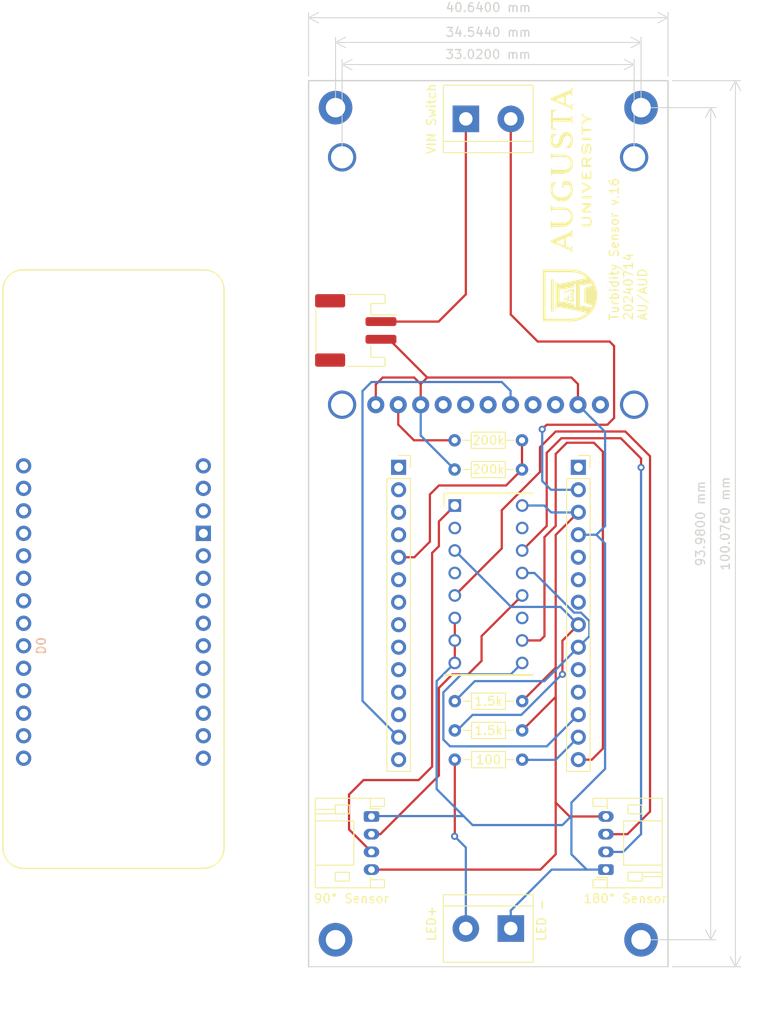
<source format=kicad_pcb>
(kicad_pcb (version 20221018) (generator pcbnew)
  (title_block (title "Turbidity Sensor PCB") (date "2024-02-14") (rev "13") (company "AU/AUD"))
  (layers (0 "F.Cu" signal) (31 "B.Cu" signal) (34 "B.Paste" user) (35 "F.Paste" user) (36 "B.SilkS" user "B.Silkscreen") (37 "F.SilkS" user "F.Silkscreen") (38 "B.Mask" user) (39 "F.Mask" user) (44 "Edge.Cuts" user))
  (net 0 "")
  (net 1 "/3.3V")
  (net 2 "/5V")
  (net 3 "/VIN")
  (net 6 "/SCL")
  (net 7 "/SDA")
  (net 10 "/D8")
  (net 11 "/D6")
  (net 12 "/AREF")
  (net 16 "/BatteryReading")
  (net 24 "/CE")
  (net 25 "/D5")
  (net 30 "/1(SCL)")
  (net 31 "/5(SCL)")
  (net 32 "/12(SDA)")
  (net 33 "/14(SDA)")
  (net 35 "Net-(J4-Pin_13)")
  (net 36 "/LED")
  (net 37 "/VBUS")
  (net 38 "/THERM")
  (net 39 "/ISET")
  (net 40 "/PGOOD")
  (net 41 "/CHG")
  (net 42 "/OUT")
  (net 43 "/LIPO")
  (net 44 "/GND")
  (net 45 "Net-(J7-Pin_1)")
  (footprint "Resistor_THT:R_Axial_DIN0204_L3.6mm_D1.6mm_P7.62mm_Horizontal" (layer "F.Cu") (at 145.564 113.262)
    (fp_text reference "R1" hide)
    (fp_text value "1.5k")
  )
  (footprint "MountingHole:MountingHole_2.2mm_M2_DIN965_Pad" (layer "F.Cu") (at 132.08 136.906)
    (fp_text reference "REF**" hide)
    (fp_text value "MountingHole_2.2mm_M2_DIN965_Pad" hide)
  )
  (footprint "PCM_arduino-library:Arduino_MKR_FOX_1200_Socket" (layer "F.Cu") (at 117.348 63.425 -90)
    (fp_text reference "A**" hide)
    (fp_text value "Arduino_MKR_FOX_1200_Socket" hide)
  )
  (footprint "" (layer "F.Cu") (at 132.08 42.926)
    (fp_text reference "")
    (fp_text value "")
  )
  (footprint "Project:DIPS762W70P254L2032H510Q16N" (layer "F.Cu") (at 145.564 87.862)
    (fp_text reference "IC1" hide)
    (fp_text value "1-2199298-4" hide)
  )
  (footprint "Resistor_THT:R_Axial_DIN0204_L3.6mm_D1.6mm_P7.62mm_Horizontal" (layer "F.Cu") (at 153.162 83.798 180)
    (fp_text reference "R5" hide)
    (fp_text value "200k")
  )
  (footprint "Resistor_THT:R_Axial_DIN0204_L3.6mm_D1.6mm_P7.62mm_Horizontal" (layer "F.Cu") (at 153.184 116.564 180)
    (fp_text reference "R3" hide)
    (fp_text value "100")
  )
  (footprint "Connector_JST:JST_PH_S2B-PH-SM4-TB_1x02-1MP_P2.00mm_Horizontal" (layer "F.Cu") (at 134.366 68.088 -90)
    (fp_text reference "J7" hide)
    (fp_text value "Conn_01x02_Pin" hide)
  )
  (footprint "Resistor_THT:R_Axial_DIN0204_L3.6mm_D1.6mm_P7.62mm_Horizontal" (layer "F.Cu") (at 145.542 80.496)
    (fp_text reference "R4" hide)
    (fp_text value "200k")
  )
  (footprint "Connector_JST:JST_PH_S4B-PH-K_1x04_P2.00mm_Horizontal" (layer "F.Cu") (at 136.144 122.984 -90)
    (fp_text reference "J3" hide)
    (fp_text value "JST 90" hide)
  )
  (footprint "Connector_PinSocket_2.54mm:PinSocket_1x14_P2.54mm_Vertical" (layer "F.Cu") (at 159.534 83.544)
    (fp_text reference "J4" hide)
    (fp_text value "Conn_01x14_Pin" hide)
  )
  (footprint "Connector_JST:JST_PH_S4B-PH-K_1x04_P2.00mm_Horizontal" (layer "F.Cu") (at 162.65 128.984 90)
    (fp_text reference "J2" hide)
    (fp_text value "JST 180" hide)
  )
  (footprint "TerminalBlock:TerminalBlock_bornier-2_P5.08mm" (layer "F.Cu") (at 146.812 44.196)
    (fp_text reference "SW1" hide)
    (fp_text value "SW_SPST" hide)
  )
  (footprint "" (layer "F.Cu") (at 166.624 42.926)
    (fp_text reference "")
    (fp_text value "")
  )
  (footprint "Resistor_THT:R_Axial_DIN0204_L3.6mm_D1.6mm_P7.62mm_Horizontal" (layer "F.Cu") (at 153.184 109.96 180)
    (fp_text reference "R2" hide)
    (fp_text value "1.5k")
  )
  (footprint "MountingHole:MountingHole_2.2mm_M2_DIN965_Pad" (layer "F.Cu") (at 166.624 136.906)
    (fp_text reference "REF**" hide)
    (fp_text value "MountingHole_2.2mm_M2_DIN965_Pad" hide)
  )
  (footprint "TerminalBlock:TerminalBlock_bornier-2_P5.08mm" (layer "F.Cu") (at 151.892 135.636 180)
    (fp_text reference "J1" hide)
    (fp_text value "Screw_Terminal_01x02" hide)
  )
  (footprint "Connector_PinSocket_2.54mm:PinSocket_1x14_P2.54mm_Vertical" (layer "F.Cu") (at 139.214 83.544)
    (fp_text reference "J5" hide)
    (fp_text value "Conn_01x14_Pin" hide)
  )
  (footprint "AdafruitBQ24074:BQ24074" (layer "B.Cu") (at 148.59 64.516 180)
    (fp_text reference "J6" hide)
    (fp_text value "Conn_01x11_Socket" hide)
  )
  (gr_poly (pts (xy 156.732288 62.265718) (xy 156.732288 66.012218) (xy 156.425106 65.948718) (xy 156.425106 62.329218)) (fill solid) (layer "F.SilkS"))
  (gr_poly (pts (xy 158.642844 56.967437) (xy 158.855569 56.722962) (xy 158.865888 56.722962) (xy 158.865888 57.66435) (xy 158.855569 57.66435) (xy 158.642844 57.420669) (xy 158.116587 57.636569) (xy 158.116587 58.573193) (xy 158.642844 58.789094) (xy 158.855569 58.546206) (xy 158.865888 58.546206) (xy 158.865888 59.287569) (xy 158.855569 59.287569) (xy 158.642844 59.049443) (xy 157.893544 58.73851) (xy 157.893544 58.484293) (xy 157.893544 57.738168) (xy 157.004544 58.118374) (xy 157.893544 58.484293) (xy 157.893544 58.73851) (xy 156.4259 58.129488) (xy 156.4259 57.923907)) (fill solid) (layer "F.SilkS"))
  (gr_poly (pts (xy 158.642844 40.901938) (xy 158.855569 40.658257) (xy 158.865888 40.658257) (xy 158.865888 41.599645) (xy 158.855569 41.599645) (xy 158.642844 41.355962) (xy 158.116587 41.571864) (xy 158.116587 42.509281) (xy 158.642844 42.725181) (xy 158.855569 42.4815) (xy 158.865888 42.4815) (xy 158.865888 43.220481) (xy 158.855569 43.220481) (xy 158.642844 42.982355) (xy 157.893544 42.67169) (xy 157.893544 42.418793) (xy 157.893544 41.672668) (xy 157.004544 42.052875) (xy 157.893544 42.418793) (xy 157.893544 42.67169) (xy 156.4259 42.063195) (xy 156.4259 41.857614)) (fill solid) (layer "F.SilkS"))
  (gr_poly (pts (xy 160.998694 46.324835) (xy 160.998694 46.576454) (xy 159.912844 46.576454) (xy 159.912844 46.324835)) (fill solid) (layer "F.SilkS"))
  (gr_poly (pts (xy 160.068419 44.958001) (xy 160.068419 45.333445) (xy 160.998694 45.333445) (xy 160.998694 45.582682) (xy 160.068419 45.582682) (xy 160.068419 45.952568) (xy 159.909669 45.952568) (xy 159.909669 44.958001)) (fill solid) (layer "F.SilkS"))
  (gr_poly (pts (xy 158.63875 64.008432) (xy 158.640463 63.982115) (xy 158.642436 63.95693) (xy 158.644679 63.932978) (xy 158.647202 63.910361) (xy 158.650012 63.889181) (xy 158.653121 63.869537) (xy 158.656536 63.851532) (xy 158.660268 63.835266) (xy 158.664325 63.820841) (xy 158.666478 63.81435) (xy 158.668717 63.808357) (xy 158.671041 63.802875) (xy 158.673453 63.797917) (xy 158.675953 63.793494) (xy 158.678543 63.78962) (xy 158.681223 63.786307) (xy 158.683995 63.783569) (xy 158.68686 63.781416) (xy 158.689819 63.779864) (xy 158.692874 63.778923) (xy 158.696025 63.778606) (xy 158.699206 63.779068) (xy 158.702345 63.780438) (xy 158.708485 63.785823) (xy 158.714413 63.794591) (xy 158.720098 63.806573) (xy 158.725509 63.821603) (xy 158.730614 63.839509) (xy 158.735381 63.860125) (xy 158.739781 63.883282) (xy 158.74378 63.90881) (xy 158.747348 63.936542) (xy 158.753063 63.997942) (xy 158.756677 64.066131) (xy 158.757938 64.139762) (xy 158.757547 64.177174) (xy 158.756417 64.213393) (xy 158.754605 64.248253) (xy 158.75217 64.281583) (xy 158.749174 64.313216) (xy 158.745673 64.342982) (xy 158.741729 64.370714) (xy 158.737399 64.396243) (xy 158.732744 64.419399) (xy 158.727823 64.440015) (xy 158.722695 64.457922) (xy 158.717419 64.472951) (xy 158.714745 64.479334) (xy 158.712055 64.484934) (xy 158.709358 64.48973) (xy 158.706662 64.493702) (xy 158.703973 64.496828) (xy 158.701299 64.499086) (xy 158.698647 64.500457) (xy 158.696025 64.500919) (xy 158.693435 64.500602) (xy 158.690875 64.499661) (xy 158.685851 64.495956) (xy 158.680969 64.489905) (xy 158.676243 64.481608) (xy 158.67169 64.471167) (xy 158.667325 64.458684) (xy 158.663161 64.444259) (xy 158.659215 64.427993) (xy 158.655501 64.409987) (xy 158.652035 64.390344) (xy 158.645907 64.346546) (xy 158.640951 64.29741) (xy 158.637288 64.243743) (xy 158.644466 64.239779) (xy 158.651293 64.235365) (xy 158.657752 64.230525) (xy 158.66383 64.225283) (xy 158.669511 64.219663) (xy 158.674781 64.213689) (xy 158.679624 64.207385) (xy 158.684026 64.200775) (xy 158.687972 64.193883) (xy 158.691448 64.186734) (xy 158.694437 64.17935) (xy 158.696927 64.171756) (xy 158.6989 64.163977) (xy 158.700344 64.156035) (xy 158.701243 64.147955) (xy 158.701581 64.139762) (xy 158.701483 64.135653) (xy 158.701243 64.131569) (xy 158.700862 64.127513) (xy 158.700344 64.123489) (xy 158.699689 64.1195) (xy 158.6989 64.115548) (xy 158.697979 64.111636) (xy 158.696927 64.107768) (xy 158.695745 64.103947) (xy 158.694437 64.100174) (xy 158.693004 64.096455) (xy 158.691448 64.092791) (xy 158.68977 64.089185) (xy 158.687972 64.085641) (xy 158.686057 64.082161) (xy 158.684026 64.078749) (xy 158.681881 64.075408) (xy 158.679624 64.07214) (xy 158.677257 64.068948) (xy 158.674781 64.065836) (xy 158.672198 64.062806) (xy 158.669511 64.059862) (xy 158.666721 64.057006) (xy 158.66383 64.054242) (xy 158.66084 64.051572) (xy 158.657752 64.049) (xy 158.654569 64.046528) (xy 158.651293 64.04416) (xy 158.647924 64.041898) (xy 158.644466 64.039745) (xy 158.64092 64.037706) (xy 158.637288 64.035781)) (fill solid) (layer "F.SilkS"))
  (gr_poly (pts (xy 159.876275 47.55556) (xy 159.878295 47.519424) (xy 159.881666 47.483453) (xy 159.88638 47.447684) (xy 159.892426 47.412153) (xy 159.899794 47.376898) (xy 159.908474 47.341955) (xy 159.918457 47.307362) (xy 159.929732 47.273156) (xy 159.94229 47.239373) (xy 159.95612 47.20605) (xy 159.971213 47.173225) (xy 159.987559 47.140935) (xy 160.005147 47.109216) (xy 160.023968 47.078106) (xy 160.154144 47.169389) (xy 160.139186 47.195735) (xy 160.125128 47.222508) (xy 160.111975 47.249682) (xy 160.099734 47.277236) (xy 160.088412 47.305145) (xy 160.078015 47.333387) (xy 160.068549 47.361939) (xy 160.060022 47.390776) (xy 160.052439 47.419875) (xy 160.045807 47.449214) (xy 160.040133 47.478769) (xy 160.035422 47.508517) (xy 160.031682 47.538434) (xy 160.028919 47.568498) (xy 160.02714 47.598684) (xy 160.02635 47.62897) (xy 160.026586 47.651009) (xy 160.027381 47.673497) (xy 160.028867 47.696176) (xy 160.031175 47.718787) (xy 160.034436 47.741073) (xy 160.038782 47.762775) (xy 160.044344 47.783636) (xy 160.051254 47.803396) (xy 160.059643 47.821798) (xy 160.064433 47.83041) (xy 160.069642 47.838585) (xy 160.075286 47.846291) (xy 160.081383 47.853496) (xy 160.087948 47.860169) (xy 160.094997 47.866276) (xy 160.102547 47.871785) (xy 160.110616 47.876665) (xy 160.119218 47.880882) (xy 160.12837 47.884405) (xy 160.138089 47.887201) (xy 160.148392 47.889238) (xy 160.159294 47.890484) (xy 160.170812 47.890907) (xy 160.182277 47.890296) (xy 160.193022 47.888495) (xy 160.203074 47.885552) (xy 160.21246 47.881513) (xy 160.221203 47.876427) (xy 160.22933 47.870339) (xy 160.236866 47.863297) (xy 160.243838 47.855349) (xy 160.250269 47.846542) (xy 160.256187 47.836922) (xy 160.261617 47.826538) (xy 160.266583 47.815437) (xy 160.271113 47.803665) (xy 160.275231 47.79127) (xy 160.278963 47.778299) (xy 160.282334 47.764799) (xy 160.288098 47.736403) (xy 160.292728 47.70646) (xy 160.296427 47.675347) (xy 160.2994 47.643442) (xy 160.308131 47.515463) (xy 160.311457 47.473786) (xy 160.315948 47.430964) (xy 160.321857 47.387526) (xy 160.329438 47.344001) (xy 160.338945 47.300918) (xy 160.350631 47.258805) (xy 160.364749 47.218192) (xy 160.381553 47.179608) (xy 160.401296 47.143583) (xy 160.412349 47.126694) (xy 160.424232 47.110644) (xy 160.436977 47.095497) (xy 160.450615 47.081321) (xy 160.465178 47.068181) (xy 160.480697 47.056143) (xy 160.497205 47.045274) (xy 160.514733 47.03564) (xy 160.533312 47.027306) (xy 160.552975 47.020339) (xy 160.573753 47.014806) (xy 160.595677 47.010771) (xy 160.61878 47.008302) (xy 160.643094 47.007464) (xy 160.670179 47.008362) (xy 160.696086 47.011011) (xy 160.720834 47.015343) (xy 160.744445 47.021291) (xy 160.766941 47.028787) (xy 160.78834 47.037764) (xy 160.808666 47.048154) (xy 160.827938 47.059889) (xy 160.846178 47.072902) (xy 160.863406 47.087125) (xy 160.879643 47.102491) (xy 160.894911 47.118932) (xy 160.90923 47.13638) (xy 160.922621 47.154769) (xy 160.935105 47.174029) (xy 160.946703 47.194095) (xy 160.957436 47.214897) (xy 160.967325 47.236369) (xy 160.976391 47.258443) (xy 160.984654 47.281052) (xy 160.992136 47.304127) (xy 160.998858 47.327602) (xy 161.010104 47.375479) (xy 161.018559 47.424141) (xy 161.024391 47.473049) (xy 161.027768 47.521661) (xy 161.028856 47.569438) (xy 161.028776 47.61096) (xy 161.026954 47.652313) (xy 161.023409 47.693444) (xy 161.018155 47.734302) (xy 161.011211 47.774836) (xy 161.002593 47.814994) (xy 160.992318 47.854725) (xy 160.980403 47.893978) (xy 160.966863 47.9327) (xy 160.951717 47.970841) (xy 160.934981 48.008349) (xy 160.916672 48.045172) (xy 160.896806 48.08126) (xy 160.8754 48.116561) (xy 160.852472 48.151023) (xy 160.828038 48.184595) (xy 160.700244 48.079026) (xy 160.721401 48.051992) (xy 160.741305 48.024163) (xy 160.759942 47.995582) (xy 160.777294 47.966294) (xy 160.793347 47.936343) (xy 160.808084 47.905773) (xy 160.82149 47.874628) (xy 160.833549 47.842954) (xy 160.844245 47.810794) (xy 160.853563 47.778192) (xy 160.861485 47.745193) (xy 160.867998 47.711841) (xy 160.873085 47.67818) (xy 160.87673 47.644255) (xy 160.878917 47.61011) (xy 160.879632 47.575789) (xy 160.879188 47.541508) (xy 160.877796 47.50841) (xy 160.875362 47.476638) (xy 160.871793 47.446334) (xy 160.866997 47.417638) (xy 160.860879 47.390694) (xy 160.853348 47.365642) (xy 160.844309 47.342625) (xy 160.833671 47.321785) (xy 160.827723 47.312226) (xy 160.82134 47.303264) (xy 160.814511 47.294917) (xy 160.807223 47.287202) (xy 160.799466 47.280139) (xy 160.791227 47.273743) (xy 160.782496 47.268034) (xy 160.77326 47.263028) (xy 160.763507 47.258744) (xy 160.753227 47.255199) (xy 160.742407 47.252411) (xy 160.731036 47.250397) (xy 160.719102 47.249176) (xy 160.706594 47.248765) (xy 160.694188 47.249266) (xy 160.682551 47.250748) (xy 160.671658 47.253176) (xy 160.661482 47.256518) (xy 160.651997 47.260739) (xy 160.643177 47.265806) (xy 160.634997 47.271686) (xy 160.62743 47.278345) (xy 160.62045 47.285748) (xy 160.614031 47.293864) (xy 160.608147 47.302658) (xy 160.602772 47.312096) (xy 160.597881 47.322145) (xy 160.593446 47.332772) (xy 160.589443 47.343943) (xy 160.585845 47.355623) (xy 160.582625 47.367781) (xy 160.579759 47.380382) (xy 160.57722 47.393392) (xy 160.574982 47.406778) (xy 160.571304 47.434545) (xy 160.568519 47.463412) (xy 160.566416 47.493112) (xy 160.56479 47.523376) (xy 160.562131 47.584521) (xy 160.55954 47.627663) (xy 160.555502 47.672446) (xy 160.549818 47.718259) (xy 160.542287 47.764491) (xy 160.532711 47.810533) (xy 160.520887 47.855774) (xy 160.506618 47.899603) (xy 160.489702 47.94141) (xy 160.469939 47.980585) (xy 160.458928 47.998995) (xy 160.44713 48.016517) (xy 160.434521 48.033076) (xy 160.421075 48.048596) (xy 160.406768 48.063) (xy 160.391574 48.076211) (xy 160.375469 48.088154) (xy 160.358427 48.098752) (xy 160.340423 48.107929) (xy 160.321433 48.115609) (xy 160.301431 48.121714) (xy 160.280393 48.12617) (xy 160.258293 48.128899) (xy 160.235106 48.129826) (xy 160.210193 48.129054) (xy 160.186341 48.126774) (xy 160.163533 48.12304) (xy 160.141751 48.117908) (xy 160.120976 48.111431) (xy 160.101192 48.103665) (xy 160.082381 48.094664) (xy 160.064524 48.084483) (xy 160.047605 48.073177) (xy 160.031605 48.060799) (xy 160.016507 48.047406) (xy 160.002293 48.03305) (xy 159.988945 48.017788) (xy 159.976445 48.001674) (xy 159.964776 47.984762) (xy 159.95392 47.967107) (xy 159.94386 47.948764) (xy 159.934577 47.929787) (xy 159.926054 47.910231) (xy 159.918273 47.89015) (xy 159.911216 47.8696) (xy 159.904866 47.848635) (xy 159.899205 47.827309) (xy 159.894216 47.805678) (xy 159.886178 47.761716) (xy 159.880613 47.717187) (xy 159.877378 47.672528) (xy 159.876331 47.628176) (xy 159.875617 47.591822)) (fill solid) (layer "F.SilkS"))
  (gr_poly (pts (xy 160.558162 56.101456) (xy 160.591605 56.10035) (xy 160.623969 56.097005) (xy 160.655105 56.091373) (xy 160.670166 56.087686) (xy 160.684865 56.08341) (xy 160.699182 56.07854) (xy 160.713099 56.073071) (xy 160.726597 56.066996) (xy 160.739658 56.060309) (xy 160.752264 56.053006) (xy 160.764395 56.045081) (xy 160.776033 56.036527) (xy 160.787159 56.027339) (xy 160.797756 56.017512) (xy 160.807803 56.00704) (xy 160.817283 55.995917) (xy 160.826177 55.984138) (xy 160.834467 55.971696) (xy 160.842133 55.958586) (xy 160.849157 55.944803) (xy 160.855521 55.930341) (xy 160.861206 55.915194) (xy 160.866193 55.899356) (xy 160.870465 55.882823) (xy 160.874001 55.865587) (xy 160.876784 55.847644) (xy 160.878794 55.828987) (xy 160.880014 55.809612) (xy 160.880425 55.789513) (xy 160.880021 55.767042) (xy 160.878819 55.745463) (xy 160.876836 55.724762) (xy 160.874089 55.704929) (xy 160.870594 55.685951) (xy 160.866366 55.667818) (xy 160.861423 55.650517) (xy 160.855782 55.634037) (xy 160.849458 55.618366) (xy 160.842467 55.603493) (xy 160.834827 55.589406) (xy 160.826554 55.576093) (xy 160.817664 55.563544) (xy 160.808174 55.551745) (xy 160.798099 55.540685) (xy 160.787457 55.530354) (xy 160.776264 55.520738) (xy 160.764536 55.511828) (xy 160.75229 55.50361) (xy 160.739542 55.496074) (xy 160.726309 55.489207) (xy 160.712607 55.482999) (xy 160.698452 55.477437) (xy 160.683861 55.472509) (xy 160.66885 55.468205) (xy 160.653436 55.464513) (xy 160.621463 55.458916) (xy 160.588074 55.455627) (xy 160.5534 55.454551) (xy 159.912844 55.454551) (xy 159.912844 55.273575) (xy 160.574831 55.273575) (xy 160.597619 55.272587) (xy 160.620302 55.272862) (xy 160.642832 55.27438) (xy 160.665162 55.277123) (xy 160.687245 55.281074) (xy 160.709033 55.286214) (xy 160.730479 55.292525) (xy 160.751536 55.299988) (xy 160.772155 55.308585) (xy 160.79229 55.318299) (xy 160.811893 55.329109) (xy 160.830916 55.341) (xy 160.849313 55.353951) (xy 160.867035 55.367945) (xy 160.884036 55.382963) (xy 160.900268 55.398987) (xy 160.917788 55.420817) (xy 160.934159 55.443377) (xy 160.949368 55.46662) (xy 160.963397 55.490501) (xy 160.976234 55.514974) (xy 160.987863 55.539993) (xy 160.998268 55.565513) (xy 161.007436 55.591488) (xy 161.01535 55.617871) (xy 161.021997 55.644617) (xy 161.027361 55.67168) (xy 161.031426 55.699014) (xy 161.03418 55.726575) (xy 161.035605 55.754314) (xy 161.035688 55.782188) (xy 161.034413 55.81015) (xy 161.035867 55.838233) (xy 161.036024 55.866248) (xy 161.034895 55.894151) (xy 161.032493 55.921902) (xy 161.028831 55.949457) (xy 161.023922 55.976775) (xy 161.017778 56.003814) (xy 161.010412 56.030532) (xy 161.001836 56.056887) (xy 160.992064 56.082836) (xy 160.981107 56.108337) (xy 160.968978 56.133349) (xy 160.95569 56.15783) (xy 160.941256 56.181737) (xy 160.925689 56.205028) (xy 160.909 56.227662) (xy 160.892663 56.244463) (xy 160.875461 56.260154) (xy 160.857451 56.274714) (xy 160.838688 56.288123) (xy 160.819231 56.300358) (xy 160.799136 56.3114) (xy 160.77846 56.321226) (xy 160.75726 56.329816) (xy 160.735593 56.337148) (xy 160.713515 56.343202) (xy 160.691085 56.347956) (xy 160.668358 56.351389) (xy 160.645392 56.353479) (xy 160.622243 56.354207) (xy 160.598968 56.35355) (xy 160.575625 56.351487) (xy 159.912844 56.351487) (xy 159.912844 56.101456)) (fill solid) (layer "F.SilkS"))
  (gr_poly (pts (xy 160.998694 52.931219) (xy 160.998694 53.182837) (xy 159.912844 53.182837) (xy 159.912844 52.931219)) (fill solid) (layer "F.SilkS"))
  (gr_poly (pts (xy 156.389799 52.129401) (xy 156.392163 52.076171) (xy 156.395683 52.023043) (xy 156.400353 51.970034) (xy 156.406172 51.917165) (xy 156.413136 51.864453) (xy 156.421241 51.811917) (xy 156.430483 51.759576) (xy 156.44086 51.707447) (xy 156.452367 51.65555) (xy 156.465002 51.603904) (xy 156.478761 51.552525) (xy 156.493639 51.501434) (xy 156.509635 51.450649) (xy 156.526744 51.400188) (xy 156.544963 51.35007) (xy 156.544963 51.350069) (xy 157.100588 51.350069) (xy 157.100588 51.360388) (xy 157.029093 51.416837) (xy 156.964697 51.472498) (xy 156.907056 51.527403) (xy 156.855827 51.581584) (xy 156.810668 51.635072) (xy 156.771236 51.687899) (xy 156.737186 51.740095) (xy 156.708177 51.791692) (xy 156.683866 51.842722) (xy 156.663909 51.893216) (xy 156.647963 51.943206) (xy 156.635686 51.992722) (xy 156.626734 52.041796) (xy 156.620764 52.09046) (xy 156.617434 52.138745) (xy 156.6164 52.186682) (xy 156.617618 52.235209) (xy 156.62124 52.282689) (xy 156.62722 52.329091) (xy 156.635511 52.374381) (xy 156.646066 52.418528) (xy 156.658839 52.461499) (xy 156.673783 52.503261) (xy 156.690851 52.543783) (xy 156.709998 52.583031) (xy 156.731175 52.620974) (xy 156.754337 52.657579) (xy 156.779437 52.692814) (xy 156.806428 52.726646) (xy 156.835263 52.759042) (xy 156.865896 52.789971) (xy 156.898281 52.8194) (xy 156.93237 52.847296) (xy 156.968116 52.873628) (xy 157.005475 52.898362) (xy 157.044397 52.921467) (xy 157.084838 52.942909) (xy 157.12675 52.962657) (xy 157.170086 52.980678) (xy 157.214801 52.99694) (xy 157.260847 53.011409) (xy 157.308177 53.024055) (xy 157.356746 53.034844) (xy 157.406505 53.043744) (xy 157.45741 53.050723) (xy 157.509412 53.055748) (xy 157.562466 53.058787) (xy 157.616525 53.059807) (xy 157.661769 53.059807) (xy 157.717763 53.058653) (xy 157.772609 53.055224) (xy 157.826266 53.049571) (xy 157.878692 53.041745) (xy 157.929846 53.031796) (xy 157.979687 53.019775) (xy 158.028173 53.005733) (xy 158.075263 52.989721) (xy 158.120916 52.97179) (xy 158.165091 52.951989) (xy 158.207746 52.93037) (xy 158.24884 52.906984) (xy 158.288332 52.881881) (xy 158.32618 52.855112) (xy 158.362344 52.826727) (xy 158.396781 52.796778) (xy 158.429452 52.765315) (xy 158.460313 52.732389) (xy 158.489325 52.698051) (xy 158.516445 52.662351) (xy 158.541633 52.62534) (xy 158.564848 52.587068) (xy 158.586047 52.547587) (xy 158.60519 52.506948) (xy 158.622236 52.4652) (xy 158.637143 52.422395) (xy 158.649869 52.378583) (xy 158.660375 52.333816) (xy 158.668617 52.288143) (xy 158.674556 52.241616) (xy 158.678149 52.194285) (xy 158.679356 52.146201) (xy 158.679493 52.123501) (xy 158.679018 52.100835) (xy 158.677934 52.078215) (xy 158.676243 52.055652) (xy 158.673948 52.033158) (xy 158.671052 52.010747) (xy 158.667555 51.988429) (xy 158.663462 51.966217) (xy 158.658774 51.944123) (xy 158.653494 51.922159) (xy 158.647623 51.900337) (xy 158.641165 51.878668) (xy 158.634122 51.857166) (xy 158.626497 51.835842) (xy 158.61829 51.814708) (xy 158.609506 51.793776) (xy 158.600065 51.772503) (xy 158.595164 51.762533) (xy 158.590124 51.752998) (xy 158.584932 51.743892) (xy 158.579574 51.735208) (xy 158.574037 51.726938) (xy 158.568306 51.719076) (xy 158.562368 51.711616) (xy 158.556209 51.70455) (xy 158.549816 51.697871) (xy 158.543175 51.691573) (xy 158.536273 51.685648) (xy 158.529095 51.680091) (xy 158.521629 51.674894) (xy 158.513859 51.67005) (xy 158.505774 51.665552) (xy 158.497358 51.661395) (xy 158.488599 51.65757) (xy 158.479483 51.654071) (xy 158.469996 51.650891) (xy 158.460124 51.648024) (xy 158.449854 51.645462) (xy 158.439172 51.643199) (xy 158.428065 51.641227) (xy 158.416518 51.639541) (xy 158.404519 51.638133) (xy 158.392053 51.636996) (xy 158.365666 51.635509) (xy 158.33725 51.635026) (xy 157.953075 51.635026) (xy 157.733206 52.077938) (xy 157.722888 52.077938) (xy 157.722888 51.238151) (xy 158.580138 51.238151) (xy 158.616762 51.289522) (xy 158.651257 51.342144) (xy 158.683598 51.395949) (xy 158.713762 51.450869) (xy 158.741727 51.506837) (xy 158.76747 51.563787) (xy 158.790968 51.621649) (xy 158.812198 51.680358) (xy 158.831137 51.739845) (xy 158.847762 51.800043) (xy 158.86205 51.860886) (xy 158.873978 51.922304) (xy 158.883524 51.984232) (xy 158.890665 52.046601) (xy 158.895377 52.109344) (xy 158.897638 52.172393) (xy 158.896284 52.239725) (xy 158.89224 52.30637) (xy 158.885533 52.372234) (xy 158.876188 52.437223) (xy 158.864231 52.501239) (xy 158.849689 52.564189) (xy 158.832588 52.625977) (xy 158.812954 52.686509) (xy 158.790814 52.745687) (xy 158.766192 52.803419) (xy 158.739116 52.859608) (xy 158.709612 52.914158) (xy 158.677705 52.966976) (xy 158.643423 53.017966) (xy 158.60679 53.067032) (xy 158.567834 53.11408) (xy 158.526581 53.159014) (xy 158.483056 53.201738) (xy 158.437286 53.242159) (xy 158.389296 53.28018) (xy 158.339114 53.315706) (xy 158.286765 53.348643) (xy 158.232276 53.378895) (xy 158.175672 53.406366) (xy 158.11698 53.430962) (xy 158.056226 53.452588) (xy 157.993436 53.471147) (xy 157.928636 53.486546) (xy 157.861853 53.498688) (xy 157.793112 53.507479) (xy 157.72244 53.512824) (xy 157.649862 53.514626) (xy 157.618906 53.514626) (xy 157.549103 53.512804) (xy 157.480954 53.507403) (xy 157.414498 53.498526) (xy 157.349771 53.486273) (xy 157.286809 53.470745) (xy 157.225649 53.452043) (xy 157.166329 53.430269) (xy 157.108885 53.405523) (xy 157.053353 53.377906) (xy 156.999771 53.347519) (xy 156.948175 53.314464) (xy 156.898601 53.278841) (xy 156.851088 53.240751) (xy 156.805671 53.200295) (xy 156.762388 53.157575) (xy 156.721274 53.112691) (xy 156.682368 53.065745) (xy 156.645705 53.016836) (xy 156.611322 52.966068) (xy 156.579257 52.913539) (xy 156.549545 52.859352) (xy 156.522224 52.803607) (xy 156.497331 52.746406) (xy 156.474902 52.687849) (xy 156.454974 52.628038) (xy 156.437583 52.567073) (xy 156.422767 52.505055) (xy 156.410563 52.442086) (xy 156.401007 52.378267) (xy 156.394135 52.313697) (xy 156.389985 52.24848) (xy 156.388594 52.182715)) (fill solid) (layer "F.SilkS"))
  (gr_poly (pts (xy 160.627219 53.906739) (xy 159.912844 53.906739) (xy 159.912844 53.725763) (xy 160.998694 53.725763) (xy 160.998694 53.940868) (xy 160.204944 54.586188) (xy 160.998694 54.586188) (xy 160.998694 54.767163) (xy 159.912844 54.767163) (xy 159.912844 54.486969)) (fill solid) (layer "F.SilkS"))
  (gr_poly (pts (xy 156.38962 46.60625) (xy 156.392523 46.556763) (xy 156.396506 46.507386) (xy 156.401566 46.458138) (xy 156.407699 46.409036) (xy 156.414901 46.360097) (xy 156.42317 46.311338) (xy 156.4325 46.262778) (xy 156.442889 46.214432) (xy 156.454334 46.16632) (xy 156.46683 46.118458) (xy 156.480374 46.070864) (xy 156.494963 46.023555) (xy 156.510593 45.976548) (xy 156.527261 45.929862) (xy 156.544963 45.883512) (xy 157.100588 45.883512) (xy 157.100588 45.893833) (xy 157.045182 45.933784) (xy 156.992728 45.975022) (xy 156.94331 46.017492) (xy 156.897016 46.061141) (xy 156.85393 46.105915) (xy 156.81414 46.151761) (xy 156.777731 46.198626) (xy 156.744789 46.246456) (xy 156.715401 46.295198) (xy 156.689651 46.344797) (xy 156.667628 46.395202) (xy 156.65804 46.420689) (xy 156.649415 46.446357) (xy 156.641765 46.472199) (xy 156.6351 46.49821) (xy 156.629431 46.524381) (xy 156.624769 46.550707) (xy 156.621124 46.57718) (xy 156.618507 46.603794) (xy 156.616929 46.630543) (xy 156.6164 46.657419) (xy 156.616965 46.687502) (xy 156.618629 46.7163) (xy 156.621347 46.743835) (xy 156.625076 46.770127) (xy 156.629769 46.7952) (xy 156.635383 46.819073) (xy 156.641872 46.84177) (xy 156.649192 46.863311) (xy 156.657298 46.883719) (xy 156.666145 46.903014) (xy 156.675689 46.92122) (xy 156.685884 46.938356) (xy 156.696687 46.954446) (xy 156.708051 46.96951) (xy 156.719933 46.98357) (xy 156.732288 46.996649) (xy 156.74507 47.008766) (xy 156.758236 47.019946) (xy 156.77174 47.030208) (xy 156.785537 47.039574) (xy 156.813834 47.055708) (xy 156.842768 47.06852) (xy 156.871981 47.078183) (xy 156.901115 47.08487) (xy 156.929811 47.088756) (xy 156.957713 47.090013) (xy 156.975175 47.090013) (xy 156.997058 47.089372) (xy 157.018076 47.087461) (xy 157.03826 47.084301) (xy 157.057637 47.079909) (xy 157.076237 47.074306) (xy 157.094088 47.067509) (xy 157.11122 47.059538) (xy 157.127662 47.050412) (xy 157.143442 47.04015) (xy 157.158589 47.028771) (xy 157.173133 47.016295) (xy 157.187102 47.002739) (xy 157.200525 46.988124) (xy 157.213431 46.972467) (xy 157.225848 46.955789) (xy 157.237807 46.938109) (xy 157.249336 46.919445) (xy 157.260463 46.899816) (xy 157.271218 46.879241) (xy 157.281629 46.85774) (xy 157.301538 46.812035) (xy 157.320419 46.762852) (xy 157.338505 46.710343) (xy 157.356028 46.654661) (xy 157.373218 46.595959) (xy 157.390306 46.534388) (xy 157.418069 46.43523) (xy 157.447915 46.34172) (xy 157.48005 46.25396) (xy 157.514677 46.172054) (xy 157.552002 46.096107) (xy 157.592229 46.02622) (xy 157.635563 45.962499) (xy 157.682208 45.905045) (xy 157.706836 45.878701) (xy 157.732369 45.853963) (xy 157.758832 45.830844) (xy 157.786251 45.809357) (xy 157.814651 45.789514) (xy 157.844059 45.771329) (xy 157.874498 45.754814) (xy 157.905996 45.739983) (xy 157.938577 45.726848) (xy 157.972268 45.715422) (xy 158.007093 45.705719) (xy 158.043079 45.697751) (xy 158.080251 45.691532) (xy 158.118634 45.687073) (xy 158.158255 45.684388) (xy 158.199138 45.68349) (xy 158.220569 45.68349) (xy 158.254444 45.684419) (xy 158.288022 45.687198) (xy 158.321252 45.691818) (xy 158.354082 45.698269) (xy 158.386461 45.706542) (xy 158.418339 45.716626) (xy 158.449664 45.728512) (xy 158.480386 45.74219) (xy 158.510453 45.757651) (xy 158.539814 45.774884) (xy 158.568419 45.793881) (xy 158.596216 45.81463) (xy 158.623154 45.837124) (xy 158.649183 45.86135) (xy 158.674251 45.887301) (xy 158.698307 45.914966) (xy 158.721301 45.944336) (xy 158.743181 45.975401) (xy 158.763896 46.00815) (xy 158.783395 46.042575) (xy 158.801627 46.078666) (xy 158.818542 46.116412) (xy 158.834088 46.155805) (xy 158.848214 46.196834) (xy 158.86087 46.239489) (xy 158.872003 46.283761) (xy 158.881563 46.329641) (xy 158.8895 46.377118) (xy 158.895762 46.426183) (xy 158.900298 46.476826) (xy 158.903057 46.529036) (xy 158.903988 46.582806) (xy 158.902506 46.637854) (xy 158.898197 46.694207) (xy 158.891268 46.751643) (xy 158.881924 46.809942) (xy 158.87037 46.868883) (xy 158.856814 46.928245) (xy 158.841459 46.987807) (xy 158.824513 47.047348) (xy 158.786669 47.165483) (xy 158.744928 47.280884) (xy 158.700935 47.391783) (xy 158.656338 47.496413) (xy 158.040388 47.496413) (xy 158.040388 47.486093) (xy 158.111221 47.43314) (xy 158.178657 47.380183) (xy 158.242532 47.327124) (xy 158.302685 47.273865) (xy 158.358954 47.220307) (xy 158.411179 47.166355) (xy 158.459197 47.111909) (xy 158.502846 47.056873) (xy 158.541966 47.001148) (xy 158.576394 46.944637) (xy 158.605968 46.887243) (xy 158.618885 46.858184) (xy 158.630528 46.828867) (xy 158.640877 46.799281) (xy 158.649912 46.769413) (xy 158.657612 46.73925) (xy 158.663957 46.708781) (xy 158.668928 46.677994) (xy 158.672503 46.646875) (xy 158.674663 46.615414) (xy 158.675388 46.583598) (xy 158.674892 46.553335) (xy 158.673422 46.524013) (xy 158.671002 46.495632) (xy 158.667659 46.468196) (xy 158.663418 46.441704) (xy 158.658304 46.416158) (xy 158.652343 46.391559) (xy 158.64556 46.367909) (xy 158.63798 46.345209) (xy 158.62963 46.32346) (xy 158.620533 46.302664) (xy 158.610717 46.282822) (xy 158.600206 46.263934) (xy 158.589026 46.246004) (xy 158.577201 46.229031) (xy 158.564759 46.213017) (xy 158.551723 46.197964) (xy 158.53812 46.183872) (xy 158.523974 46.170743) (xy 158.509312 46.158579) (xy 158.494159 46.14738) (xy 158.47854 46.137148) (xy 158.462481 46.127885) (xy 158.446006 46.119591) (xy 158.429142 46.112268) (xy 158.411914 46.105917) (xy 158.394348 46.100539) (xy 158.376468 46.096136) (xy 158.3583 46.09271) (xy 158.33987 46.090261) (xy 158.302325 46.0883) (xy 158.284862 46.0883) (xy 158.257271 46.089142) (xy 158.230732 46.091646) (xy 158.205215 46.095774) (xy 158.18069 46.10149) (xy 158.157127 46.108756) (xy 158.134493 46.117538) (xy 158.112759 46.127797) (xy 158.091894 46.139497) (xy 158.071868 46.152601) (xy 158.052649 46.167074) (xy 158.034207 46.182878) (xy 158.016511 46.199977) (xy 157.999531 46.218333) (xy 157.983236 46.237912) (xy 157.967596 46.258675) (xy 157.952579 46.280586) (xy 157.938155 46.303608) (xy 157.924293 46.327706) (xy 157.910963 46.352842) (xy 157.898134 46.37898) (xy 157.873856 46.434114) (xy 157.851214 46.492815) (xy 157.829963 46.55479) (xy 157.809857 46.619747) (xy 157.790651 46.687391) (xy 157.7721 46.757431) (xy 157.747911 46.842499) (xy 157.721167 46.922356) (xy 157.691841 46.996965) (xy 157.659908 47.066287) (xy 157.625343 47.130283) (xy 157.588121 47.188916) (xy 157.548214 47.242147) (xy 157.505598 47.289938) (xy 157.483267 47.311781) (xy 157.460248 47.33225) (xy 157.436539 47.351339) (xy 157.412137 47.369045) (xy 157.387039 47.385361) (xy 157.361241 47.400284) (xy 157.33474 47.413808) (xy 157.307533 47.42593) (xy 157.279617 47.436643) (xy 157.250988 47.445943) (xy 157.221644 47.453825) (xy 157.19158 47.460286) (xy 157.160795 47.465319) (xy 157.129285 47.468919) (xy 157.097046 47.471083) (xy 157.064075 47.471806) (xy 157.039469 47.471806) (xy 157.00757 47.47088) (xy 156.975904 47.468118) (xy 156.944521 47.463547) (xy 156.913473 47.45719) (xy 156.882812 47.449072) (xy 156.852587 47.439219) (xy 156.822851 47.427656) (xy 156.793654 47.414408) (xy 156.765048 47.399499) (xy 156.737084 47.382955) (xy 156.709813 47.3648) (xy 156.683286 47.34506) (xy 156.657554 47.32376) (xy 156.632669 47.300924) (xy 156.608681 47.276578) (xy 156.585642 47.250746) (xy 156.563603 47.223454) (xy 156.542615 47.194727) (xy 156.52273 47.16459) (xy 156.503998 47.133067) (xy 156.48647 47.100183) (xy 156.470198 47.065965) (xy 156.455233 47.030435) (xy 156.441626 46.993621) (xy 156.429429 46.955546) (xy 156.418691 46.916236) (xy 156.409465 46.875715) (xy 156.401802 46.834009) (xy 156.395753 46.791142) (xy 156.391369 46.747141) (xy 156.388701 46.702028) (xy 156.3878 46.655831)) (fill solid) (layer "F.SilkS"))
  (gr_poly (pts (xy 158.75 61.214) (xy 158.849523 61.215643) (xy 158.948486 61.220633) (xy 159.046819 61.228926) (xy 159.144452 61.240483) (xy 159.241315 61.255263) (xy 159.337339 61.273223) (xy 159.432454 61.294324) (xy 159.526589 61.318524) (xy 159.619676 61.345781) (xy 159.711644 61.376056) (xy 159.802423 61.409306) (xy 159.891945 61.44549) (xy 159.980138 61.484568) (xy 160.066933 61.526498) (xy 160.152261 61.57124) (xy 160.236051 61.618751) (xy 160.318234 61.668992) (xy 160.39874 61.72192) (xy 160.477499 61.777496) (xy 160.554441 61.835677) (xy 160.629496 61.896422) (xy 160.702596 61.959691) (xy 160.773669 62.025442) (xy 160.842647 62.093635) (xy 160.909458 62.164227) (xy 160.974035 62.237179) (xy 161.036306 62.312448) (xy 161.096201 62.389994) (xy 161.153652 62.469776) (xy 161.208589 62.551752) (xy 161.26094 62.635882) (xy 161.310638 62.722124) (xy 161.340007 62.7761) (xy 161.419069 62.938053) (xy 161.48759 63.103428) (xy 161.545569 63.271736) (xy 161.593007 63.442488) (xy 161.629903 63.615195) (xy 161.656257 63.789368) (xy 161.672069 63.964519) (xy 161.67734 64.140159) (xy 161.672069 64.315799) (xy 161.656257 64.49095) (xy 161.629903 64.665123) (xy 161.593007 64.83783) (xy 161.545569 65.008582) (xy 161.48759 65.17689) (xy 161.419069 65.342265) (xy 161.340007 65.504218) (xy 161.310638 65.558193) (xy 161.310597 65.558265) (xy 161.310558 65.558337) (xy 161.208499 65.728703) (xy 161.096103 65.890455) (xy 160.999488 66.011296) (xy 160.999488 65.493899) (xy 161.015202 65.467619) (xy 161.030593 65.441165) (xy 161.045662 65.414537) (xy 161.060408 65.387735) (xy 161.074832 65.36076) (xy 161.088934 65.333611) (xy 161.102712 65.306289) (xy 161.116169 65.278793) (xy 160.221613 64.975581) (xy 160.221613 63.302356) (xy 161.116169 63.000731) (xy 161.116169 62.999937) (xy 161.1027 62.972255) (xy 161.088884 62.944771) (xy 161.07472 62.917486) (xy 161.060209 62.890399) (xy 161.045351 62.863511) (xy 161.030146 62.836821) (xy 161.014593 62.81033) (xy 160.998694 62.784037) (xy 159.915225 63.005493) (xy 159.710437 62.851506) (xy 159.710437 65.426431) (xy 159.915225 65.272443) (xy 160.999488 65.493899) (xy 160.999488 66.011296) (xy 160.973928 66.043264) (xy 160.842534 66.186801) (xy 160.702478 66.320736) (xy 160.55432 66.444743) (xy 160.398617 66.55849) (xy 160.23593 66.66165) (xy 160.066815 66.753894) (xy 159.891833 66.834892) (xy 159.711542 66.904316) (xy 159.5265 66.961838) (xy 159.337266 67.007128) (xy 159.144399 67.039857) (xy 158.948457 67.059697) (xy 158.75 67.066318) (xy 155.82265 67.066318) (xy 155.82265 66.765487) (xy 158.749206 66.765487) (xy 158.869676 66.762812) (xy 158.989448 66.754642) (xy 159.108347 66.741042) (xy 159.2262 66.722079) (xy 159.342832 66.697819) (xy 159.458069 66.668329) (xy 159.571737 66.633674) (xy 159.683663 66.593922) (xy 159.793673 66.549137) (xy 159.901591 66.499387) (xy 160.007245 66.444738) (xy 160.11046 66.385256) (xy 160.211063 66.321008) (xy 160.308879 66.252058) (xy 160.403735 66.178475) (xy 160.495456 66.100324) (xy 159.261175 65.844425) (xy 159.261175 65.438337) (xy 159.261175 62.840393) (xy 159.0548 62.882462) (xy 159.0548 63.186468) (xy 157.618906 63.478568) (xy 157.410944 63.323787) (xy 157.410944 64.954943) (xy 157.617319 64.799368) (xy 159.0548 65.092262) (xy 159.0548 65.396268) (xy 159.261175 65.438337) (xy 159.261175 65.844425) (xy 157.310138 65.439924) (xy 157.0609 65.628043) (xy 156.958506 65.628043) (xy 156.958506 62.649893) (xy 157.0609 62.649893) (xy 157.310138 62.838012) (xy 160.496281 62.175259) (xy 160.404562 62.097107) (xy 160.309707 62.023522) (xy 160.211892 61.954571) (xy 160.11129 61.890321) (xy 160.008075 61.830837) (xy 159.902421 61.776186) (xy 159.794502 61.726435) (xy 159.684492 61.681649) (xy 159.572564 61.641894) (xy 159.458894 61.607238) (xy 159.343654 61.577746) (xy 159.227018 61.553484) (xy 159.109161 61.534519) (xy 158.990256 61.520917) (xy 158.870478 61.512745) (xy 158.75 61.510068) (xy 155.82265 61.510068) (xy 155.82265 66.765487) (xy 155.82265 67.066318) (xy 155.521819 67.066318) (xy 155.521819 61.214)) (fill solid) (layer "F.SilkS"))
  (gr_poly (pts (xy 159.91322 48.971699) (xy 159.914366 48.931423) (xy 159.916308 48.893877) (xy 159.91907 48.85891) (xy 159.922678 48.82637) (xy 159.927159 48.796107) (xy 159.932538 48.76797) (xy 159.938839 48.741807) (xy 159.946089 48.717467) (xy 159.954314 48.694799) (xy 159.963539 48.673651) (xy 159.973789 48.653874) (xy 159.98509 48.635315) (xy 159.997468 48.617823) (xy 160.010948 48.601248) (xy 160.025556 48.585437) (xy 160.03661 48.575748) (xy 160.048075 48.566648) (xy 160.059926 48.558146) (xy 160.07214 48.55025) (xy 160.084692 48.542969) (xy 160.09756 48.536313) (xy 160.110718 48.530291) (xy 160.124143 48.52491) (xy 160.137811 48.520181) (xy 160.151698 48.516112) (xy 160.16578 48.512712) (xy 160.180033 48.509991) (xy 160.194434 48.507956) (xy 160.208958 48.506617) (xy 160.223582 48.505983) (xy 160.238281 48.506062) (xy 160.250361 48.506899) (xy 160.262332 48.50833) (xy 160.274173 48.510344) (xy 160.285866 48.512933) (xy 160.297389 48.516087) (xy 160.308725 48.519798) (xy 160.319851 48.524055) (xy 160.33075 48.528849) (xy 160.341401 48.534172) (xy 160.351784 48.540013) (xy 160.361879 48.546364) (xy 160.371667 48.553216) (xy 160.381128 48.560558) (xy 160.390242 48.568382) (xy 160.398989 48.576678) (xy 160.40735 48.585437) (xy 160.417971 48.598097) (xy 160.428038 48.61114) (xy 160.437545 48.624547) (xy 160.446483 48.6383) (xy 160.454845 48.652381) (xy 160.462623 48.66677) (xy 160.469809 48.68145) (xy 160.476395 48.696402) (xy 160.482374 48.711606) (xy 160.487737 48.727045) (xy 160.492478 48.7427) (xy 160.496588 48.758552) (xy 160.50006 48.774583) (xy 160.502886 48.790774) (xy 160.505058 48.807107) (xy 160.506568 48.823562) (xy 160.998694 48.492568) (xy 160.998694 48.810069) (xy 160.544669 49.096613) (xy 160.544669 49.384744) (xy 160.998694 49.384744) (xy 160.998694 49.636363) (xy 160.058894 49.634302) (xy 160.058894 49.382364) (xy 160.401 49.382364) (xy 160.401 49.014856) (xy 160.400314 48.990076) (xy 160.398261 48.966111) (xy 160.394852 48.943068) (xy 160.390098 48.921058) (xy 160.38401 48.900186) (xy 160.376597 48.880563) (xy 160.36787 48.862295) (xy 160.35784 48.845491) (xy 160.352339 48.837671) (xy 160.346517 48.830258) (xy 160.340374 48.823266) (xy 160.333911 48.816706) (xy 160.327131 48.810594) (xy 160.320034 48.804943) (xy 160.312621 48.799765) (xy 160.304894 48.795075) (xy 160.296855 48.790886) (xy 160.288504 48.787212) (xy 160.279843 48.784066) (xy 160.270873 48.781462) (xy 160.261596 48.779413) (xy 160.252012 48.777933) (xy 160.242124 48.777035) (xy 160.231931 48.776732) (xy 160.218306 48.777097) (xy 160.205397 48.778178) (xy 160.193185 48.779957) (xy 160.181652 48.782417) (xy 160.17078 48.785539) (xy 160.16055 48.789305) (xy 160.150942 48.793697) (xy 160.14194 48.798697) (xy 160.133523 48.804286) (xy 160.125674 48.810446) (xy 160.118374 48.81716) (xy 160.111604 48.824408) (xy 160.105345 48.832174) (xy 160.09958 48.840438) (xy 160.094289 48.849182) (xy 160.089453 48.858389) (xy 160.085055 48.86804) (xy 160.081075 48.878117) (xy 160.077496 48.888602) (xy 160.074298 48.899477) (xy 160.071462 48.910723) (xy 160.068971 48.922322) (xy 160.066805 48.934256) (xy 160.064946 48.946508) (xy 160.062075 48.971889) (xy 160.060208 48.99832) (xy 160.059198 49.025656) (xy 160.058894 49.053751) (xy 160.058894 49.382364) (xy 160.058894 49.634302) (xy 159.912844 49.633982) (xy 159.912844 49.014856)) (fill solid) (layer "F.SilkS"))
  (gr_poly (pts (xy 157.077569 43.170478) (xy 157.078363 43.174444) (xy 156.649738 43.477658) (xy 156.649738 44.073764) (xy 158.642844 44.073764) (xy 158.855569 43.834049) (xy 158.865888 43.834049) (xy 158.865888 44.73337) (xy 158.855569 44.73337) (xy 158.642844 44.495246) (xy 156.648944 44.495246) (xy 156.648944 45.088178) (xy 157.077569 45.394564) (xy 157.077569 45.404882) (xy 156.4259 45.404882) (xy 156.4259 43.170478)) (fill solid) (layer "F.SilkS"))
  (gr_poly (pts (xy 160.998694 51.890612) (xy 160.998694 52.05492) (xy 159.912844 52.596256) (xy 159.912844 52.308125) (xy 160.702625 51.911249) (xy 159.912843 51.528661) (xy 159.912843 51.319112)) (fill solid) (layer "F.SilkS"))
  (gr_poly (pts (xy 160.071594 50.09515) (xy 160.071594 50.767457) (xy 160.35655 50.767457) (xy 160.35655 50.343594) (xy 160.510537 50.343594) (xy 160.510537 50.767457) (xy 160.839944 50.767457) (xy 160.839944 50.053081) (xy 160.998694 50.053081) (xy 160.998694 51.019075) (xy 159.912844 51.019075) (xy 159.912844 50.09515)) (fill solid) (layer "F.SilkS"))
  (gr_poly (pts (xy 156.436219 55.68553) (xy 156.648944 55.918894) (xy 157.830838 55.918894) (xy 157.882152 55.918061) (xy 157.931913 55.915577) (xy 157.980116 55.911468) (xy 158.026754 55.905756) (xy 158.071825 55.898467) (xy 158.115321 55.889624) (xy 158.15724 55.879252) (xy 158.197575 55.867374) (xy 158.236322 55.854015) (xy 158.273475 55.839199) (xy 158.309031 55.822949) (xy 158.342983 55.805291) (xy 158.375327 55.786248) (xy 158.406059 55.765844) (xy 158.435172 55.744104) (xy 158.462663 55.721051) (xy 158.488525 55.69671) (xy 158.512755 55.671105) (xy 158.535348 55.64426) (xy 158.556297 55.616198) (xy 158.575599 55.586946) (xy 158.593249 55.556525) (xy 158.609241 55.524961) (xy 158.623571 55.492277) (xy 158.636233 55.458498) (xy 158.647223 55.423649) (xy 158.656536 55.387752) (xy 158.664167 55.350832) (xy 158.67011 55.312913) (xy 158.674362 55.27402) (xy 158.676916 55.234176) (xy 158.677769 55.193406) (xy 158.676982 55.154791) (xy 158.674619 55.116811) (xy 158.670675 55.079504) (xy 158.665145 55.042908) (xy 158.658025 55.007063) (xy 158.649311 54.972007) (xy 158.638998 54.93778) (xy 158.627081 54.904419) (xy 158.613556 54.871964) (xy 158.598418 54.840454) (xy 158.581664 54.809927) (xy 158.563288 54.780422) (xy 158.543286 54.751978) (xy 158.521653 54.724634) (xy 158.498385 54.698428) (xy 158.473478 54.6734) (xy 158.446926 54.649589) (xy 158.418726 54.627032) (xy 158.388873 54.605769) (xy 158.357362 54.585838) (xy 158.324189 54.567279) (xy 158.28935 54.550131) (xy 158.252839 54.534431) (xy 158.214653 54.520219) (xy 158.174787 54.507534) (xy 158.133236 54.496414) (xy 158.089996 54.486899) (xy 158.045062 54.479026) (xy 157.99843 54.472836) (xy 157.950095 54.468366) (xy 157.900054 54.465655) (xy 157.8483 54.464743) (xy 156.648944 54.464743) (xy 156.436219 54.708425) (xy 156.4259 54.708425) (xy 156.4259 53.962301) (xy 156.436219 53.962301) (xy 156.648944 54.207568) (xy 157.817344 54.207568) (xy 157.885471 54.209044) (xy 157.951301 54.213412) (xy 158.014841 54.220582) (xy 158.076102 54.230466) (xy 158.135091 54.242974) (xy 158.191817 54.258018) (xy 158.24629 54.275507) (xy 158.298518 54.295352) (xy 158.34851 54.317465) (xy 158.396275 54.341756) (xy 158.441821 54.368136) (xy 158.485159 54.396515) (xy 158.526296 54.426805) (xy 158.565241 54.458915) (xy 158.602004 54.492758) (xy 158.636593 54.528243) (xy 158.669017 54.565282) (xy 158.699285 54.603785) (xy 158.727405 54.643663) (xy 158.753387 54.684826) (xy 158.77724 54.727186) (xy 158.798972 54.770653) (xy 158.818592 54.815138) (xy 158.83611 54.860552) (xy 158.851533 54.906805) (xy 158.864871 54.953809) (xy 158.885327 55.04971) (xy 158.897548 55.14754) (xy 158.901606 55.246588) (xy 158.898148 55.349528) (xy 158.887517 55.452367) (xy 158.869334 55.554201) (xy 158.843216 55.654128) (xy 158.827063 55.703095) (xy 158.808783 55.751246) (xy 158.788328 55.79847) (xy 158.765652 55.844653) (xy 158.740706 55.889682) (xy 158.713443 55.933446) (xy 158.683814 55.97583) (xy 158.651774 56.016723) (xy 158.617272 56.056011) (xy 158.580263 56.093582) (xy 158.540698 56.129322) (xy 158.49853 56.16312) (xy 158.453711 56.194862) (xy 158.406193 56.224436) (xy 158.355929 56.251728) (xy 158.302871 56.276626) (xy 158.246971 56.299018) (xy 158.188182 56.31879) (xy 158.126456 56.335829) (xy 158.061745 56.350023) (xy 157.994001 56.36126) (xy 157.923178 56.369425) (xy 157.849227 56.374407) (xy 157.7721 56.376093) (xy 156.648944 56.376093) (xy 156.436219 56.619774) (xy 156.4259 56.619774) (xy 156.4259 55.68553)) (fill solid) (layer "F.SilkS"))
  (gr_poly (pts (xy 159.053213 63.396812) (xy 159.053213 64.881918) (xy 157.928469 64.652524) (xy 157.928469 64.44615) (xy 157.928465 64.445789) (xy 157.928474 64.445429) (xy 157.928494 64.445071) (xy 157.928525 64.444716) (xy 157.928621 64.444011) (xy 157.928762 64.443318) (xy 157.928945 64.442637) (xy 157.929171 64.441972) (xy 157.929438 64.441323) (xy 157.929745 64.440693) (xy 157.930091 64.440083) (xy 157.930475 64.439496) (xy 157.930896 64.438933) (xy 157.931353 64.438397) (xy 157.931845 64.437888) (xy 157.932371 64.43741) (xy 157.932647 64.437183) (xy 157.93293 64.436964) (xy 157.933222 64.436754) (xy 157.933521 64.436552) (xy 157.934138 64.436179) (xy 157.934773 64.435849) (xy 157.935423 64.435562) (xy 157.936088 64.435319) (xy 157.936763 64.435119) (xy 157.937449 64.434963) (xy 157.938141 64.43485) (xy 157.938839 64.434781) (xy 157.939539 64.434757) (xy 157.94024 64.434777) (xy 157.94094 64.43484) (xy 157.941637 64.434949) (xy 157.942327 64.435102) (xy 157.94301 64.4353) (xy 157.943683 64.435543) (xy 157.944344 64.435831) (xy 157.952568 64.439489) (xy 157.960892 64.4429) (xy 157.969309 64.446061) (xy 157.977815 64.44897) (xy 157.986403 64.451626) (xy 157.995067 64.454027) (xy 158.003802 64.45617) (xy 158.012603 64.458055) (xy 158.020076 64.459366) (xy 158.027574 64.460501) (xy 158.035096 64.46146) (xy 158.042636 64.462244) (xy 158.050193 64.462851) (xy 158.057763 64.463282) (xy 158.065344 64.463535) (xy 158.072931 64.463612) (xy 158.086217 64.463238) (xy 158.099361 64.462269) (xy 158.112348 64.460717) (xy 158.125165 64.458594) (xy 158.137798 64.455914) (xy 158.150231 64.452687) (xy 158.162452 64.448927) (xy 158.174445 64.444646) (xy 158.186196 64.439856) (xy 158.197692 64.434569) (xy 158.208918 64.428798) (xy 158.219859 64.422555) (xy 158.230502 64.415852) (xy 158.240833 64.408702) (xy 158.250836 64.401117) (xy 158.260498 64.393109) (xy 158.269805 64.384691) (xy 158.278742 64.375875) (xy 158.287296 64.366673) (xy 158.295451 64.357098) (xy 158.303195 64.347161) (xy 158.310511 64.336876) (xy 158.317388 64.326254) (xy 158.323809 64.315308) (xy 158.329761 64.304051) (xy 158.335229 64.292493) (xy 158.3402 64.280649) (xy 158.34466 64.26853) (xy 158.348593 64.256148) (xy 158.351986 64.243515) (xy 158.354824 64.230645) (xy 158.357094 64.217549) (xy 158.361934 64.196566) (xy 158.366773 64.176754) (xy 158.371601 64.158081) (xy 158.376409 64.140512) (xy 158.381186 64.124016) (xy 158.385922 64.108558) (xy 158.390607 64.094107) (xy 158.395231 64.080628) (xy 158.399784 64.068088) (xy 158.404257 64.056455) (xy 158.408638 64.045695) (xy 158.412918 64.035775) (xy 158.417088 64.026661) (xy 158.421136 64.018322) (xy 158.425053 64.010724) (xy 158.428829 64.003832) (xy 158.432454 63.997616) (xy 158.435918 63.99204) (xy 158.43921 63.987073) (xy 158.442321 63.98268) (xy 158.445241 63.97883) (xy 158.44796 63.975488) (xy 158.450467 63.972621) (xy 158.452753 63.970197) (xy 158.454808 63.968183) (xy 158.456621 63.966544) (xy 158.459483 63.964263) (xy 158.461869 63.962756) (xy 158.457538 64.046223) (xy 158.455165 64.123509) (xy 158.454606 64.194795) (xy 158.455717 64.260263) (xy 158.458354 64.320094) (xy 158.462371 64.37447) (xy 158.467626 64.423572) (xy 158.473974 64.467581) (xy 158.48127 64.506678) (xy 158.489371 64.541046) (xy 158.498133 64.570865) (xy 158.502716 64.584126) (xy 158.50741 64.596317) (xy 158.512198 64.607462) (xy 158.51706 64.617583) (xy 158.521979 64.626703) (xy 158.526938 64.634845) (xy 158.531917 64.642031) (xy 158.536899 64.648283) (xy 158.541866 64.653626) (xy 158.5468 64.658081) (xy 158.548422 64.658895) (xy 158.550064 64.659661) (xy 158.551725 64.66038) (xy 158.553405 64.66105) (xy 158.555101 64.661671) (xy 158.556814 64.662244) (xy 158.558541 64.662768) (xy 158.560282 64.663242) (xy 158.562036 64.663666) (xy 158.563801 64.664041) (xy 158.565578 64.664365) (xy 158.567363 64.664639) (xy 158.569158 64.664862) (xy 158.57096 64.665034) (xy 158.572768 64.665155) (xy 158.574581 64.665225) (xy 158.721425 64.665225) (xy 158.728598 64.664533) (xy 158.735674 64.66248) (xy 158.742644 64.659101) (xy 158.7495 64.654431) (xy 158.762835 64.641355) (xy 158.775611 64.623528) (xy 158.78776 64.601226) (xy 158.799211 64.574728) (xy 158.809898 64.544308) (xy 158.819751 64.510245) (xy 158.828702 64.472814) (xy 158.836682 64.432293) (xy 158.843623 64.388958) (xy 158.849455 64.343086) (xy 158.854111 64.294954) (xy 158.857521 64.244838) (xy 158.859618 64.193015) (xy 158.860332 64.139762) (xy 158.859644 64.086509) (xy 158.857619 64.034686) (xy 158.854315 63.98457) (xy 158.84979 63.936438) (xy 158.844102 63.890566) (xy 158.83731 63.847231) (xy 158.829471 63.80671) (xy 158.820644 63.769279) (xy 158.810887 63.735216) (xy 158.805678 63.719533) (xy 158.800258 63.704796) (xy 158.794634 63.69104) (xy 158.788815 63.678298) (xy 158.782806 63.666605) (xy 158.776616 63.655996) (xy 158.770251 63.646506) (xy 158.763719 63.638169) (xy 158.757028 63.63102) (xy 158.750183 63.625093) (xy 158.743194 63.620423) (xy 158.736066 63.617044) (xy 158.728807 63.614991) (xy 158.721425 63.6143) (xy 158.573788 63.6143) (xy 158.570532 63.614387) (xy 158.5673 63.614639) (xy 158.564098 63.615054) (xy 158.560931 63.61563) (xy 158.557805 63.616363) (xy 158.554726 63.617251) (xy 158.551699 63.618292) (xy 158.548731 63.619483) (xy 158.545826 63.620822) (xy 158.542992 63.622306) (xy 158.540233 63.623933) (xy 158.537556 63.6257) (xy 158.534965 63.627605) (xy 158.532467 63.629645) (xy 158.530068 63.631817) (xy 158.527773 63.63412) (xy 158.506381 63.655142) (xy 158.484055 63.674965) (xy 158.460847 63.693566) (xy 158.436809 63.710925) (xy 158.411991 63.727019) (xy 158.386445 63.741826) (xy 158.360223 63.755324) (xy 158.333377 63.767493) (xy 158.305957 63.778309) (xy 158.278016 63.787751) (xy 158.249605 63.795797) (xy 158.220775 63.802425) (xy 158.191578 63.807614) (xy 158.162065 63.811341) (xy 158.132289 63.813586) (xy 158.1023 63.814325) (xy 158.095774 63.814666) (xy 158.085805 63.815565) (xy 158.059636 63.818293) (xy 158.031979 63.821022) (xy 158.02015 63.821921) (xy 158.011019 63.822262) (xy 158.002217 63.824147) (xy 157.993481 63.82629) (xy 157.984816 63.828691) (xy 157.976228 63.831347) (xy 157.967722 63.834256) (xy 157.959304 63.837417) (xy 157.950981 63.840828) (xy 157.942756 63.844487) (xy 157.942095 63.844775) (xy 157.941423 63.845018) (xy 157.94074 63.845216) (xy 157.940049 63.845369) (xy 157.939353 63.845477) (xy 157.938653 63.845541) (xy 157.937952 63.845561) (xy 157.937251 63.845536) (xy 157.936554 63.845468) (xy 157.935861 63.845355) (xy 157.935176 63.845199) (xy 157.9345 63.844999) (xy 157.933836 63.844755) (xy 157.933186 63.844469) (xy 157.932551 63.844139) (xy 157.931934 63.843766) (xy 157.931343 63.843353) (xy 157.930784 63.842907) (xy 157.930257 63.842429) (xy 157.929765 63.841921) (xy 157.929308 63.841385) (xy 157.928887 63.840822) (xy 157.928503 63.840235) (xy 157.928157 63.839625) (xy 157.92785 63.838995) (xy 157.927584 63.838346) (xy 157.927358 63.837681) (xy 157.927175 63.837) (xy 157.927034 63.836307) (xy 157.926938 63.835602) (xy 157.926886 63.834889) (xy 157.926881 63.834168) (xy 157.926881 63.626206)) (fill solid) (layer "F.SilkS"))
  (gr_poly (pts (xy 156.436219 49.717324) (xy 156.648944 49.950688) (xy 157.830838 49.950688) (xy 157.882152 49.949855) (xy 157.931913 49.947371) (xy 157.980116 49.943262) (xy 158.026754 49.93755) (xy 158.071825 49.930261) (xy 158.115321 49.921418) (xy 158.15724 49.911046) (xy 158.197575 49.899168) (xy 158.236322 49.885809) (xy 158.273475 49.870993) (xy 158.309031 49.854743) (xy 158.342983 49.837085) (xy 158.375327 49.818042) (xy 158.406059 49.797638) (xy 158.435172 49.775898) (xy 158.462663 49.752845) (xy 158.488525 49.728504) (xy 158.512755 49.702899) (xy 158.535348 49.676054) (xy 158.556297 49.647992) (xy 158.575599 49.61874) (xy 158.593249 49.588319) (xy 158.609241 49.556755) (xy 158.623571 49.524071) (xy 158.636233 49.490292) (xy 158.647223 49.455443) (xy 158.656536 49.419546) (xy 158.664167 49.382626) (xy 158.67011 49.344707) (xy 158.674362 49.305814) (xy 158.676916 49.26597) (xy 158.677769 49.2252) (xy 158.676982 49.186585) (xy 158.674619 49.148605) (xy 158.670675 49.111298) (xy 158.665145 49.074702) (xy 158.658025 49.038857) (xy 158.649311 49.003801) (xy 158.638998 48.969574) (xy 158.627081 48.936213) (xy 158.613556 48.903758) (xy 158.598418 48.872248) (xy 158.581664 48.841721) (xy 158.563288 48.812216) (xy 158.543286 48.783772) (xy 158.521653 48.756428) (xy 158.498385 48.730222) (xy 158.473478 48.705194) (xy 158.446926 48.681383) (xy 158.418726 48.658826) (xy 158.388873 48.637563) (xy 158.357362 48.617632) (xy 158.324189 48.599073) (xy 158.28935 48.581925) (xy 158.252839 48.566225) (xy 158.214653 48.552013) (xy 158.174787 48.539328) (xy 158.133236 48.528208) (xy 158.089996 48.518693) (xy 158.045062 48.51082) (xy 157.99843 48.50463) (xy 157.950095 48.50016) (xy 157.900054 48.497449) (xy 157.8483 48.496537) (xy 156.648944 48.496537) (xy 156.436219 48.740219) (xy 156.4259 48.740219) (xy 156.4259 47.994094) (xy 156.436219 47.994094) (xy 156.648944 48.239362) (xy 157.817344 48.239362) (xy 157.885471 48.240838) (xy 157.951301 48.245206) (xy 158.014841 48.252376) (xy 158.076102 48.26226) (xy 158.135091 48.274768) (xy 158.191817 48.289811) (xy 158.24629 48.3073) (xy 158.298518 48.327146) (xy 158.34851 48.349259) (xy 158.396275 48.37355) (xy 158.441821 48.39993) (xy 158.485159 48.428309) (xy 158.526296 48.458599) (xy 158.565241 48.490709) (xy 158.602004 48.524552) (xy 158.636593 48.560037) (xy 158.669017 48.597076) (xy 158.699285 48.635579) (xy 158.727405 48.675456) (xy 158.753387 48.71662) (xy 158.77724 48.75898) (xy 158.798972 48.802447) (xy 158.818592 48.846932) (xy 158.83611 48.892346) (xy 158.851533 48.938599) (xy 158.864871 48.985602) (xy 158.885327 49.081503) (xy 158.897548 49.179334) (xy 158.901606 49.27838) (xy 158.898148 49.381322) (xy 158.887517 49.48416) (xy 158.869334 49.585994) (xy 158.843216 49.685922) (xy 158.827063 49.734888) (xy 158.808783 49.78304) (xy 158.788328 49.830264) (xy 158.765652 49.876447) (xy 158.740706 49.921476) (xy 158.713443 49.96524) (xy 158.683814 50.007624) (xy 158.651774 50.048517) (xy 158.617272 50.087805) (xy 158.580263 50.125376) (xy 158.540698 50.161116) (xy 158.49853 50.194914) (xy 158.453711 50.226656) (xy 158.406193 50.25623) (xy 158.355929 50.283522) (xy 158.302871 50.30842) (xy 158.246971 50.330812) (xy 158.188182 50.350584) (xy 158.126456 50.367623) (xy 158.061745 50.381817) (xy 157.994001 50.393054) (xy 157.923178 50.401219) (xy 157.849227 50.406201) (xy 157.7721 50.407887) (xy 156.648944 50.407887) (xy 156.436219 50.651568) (xy 156.4259 50.651568) (xy 156.4259 49.717324)) (fill solid) (layer "F.SilkS"))
  (gr_poly (pts (xy 160.410525 44.166631) (xy 159.912844 43.819763) (xy 159.912844 43.593545) (xy 160.566894 44.093606) (xy 160.998694 44.093606) (xy 160.998694 44.343639) (xy 160.566894 44.343639) (xy 159.912844 44.831793) (xy 159.912844 44.523819)) (fill solid) (layer "F.SilkS"))
  (gr_line (start 161.340007 65.503424) (end 161.310638 65.556606) (stroke (width 0.1)) (layer "F.SilkS"))
  (gr_line (start 161.340007 62.774512) (end 161.310638 62.721331) (stroke (width 0.1)) (layer "F.SilkS"))
  (gr_line (start 129.032 39.878) (end 169.672 39.878) (stroke (width 0.15)) (layer "Edge.Cuts"))
  (gr_line (start 169.672 39.878) (end 169.672 139.954) (stroke (width 0.15)) (layer "Edge.Cuts"))
  (gr_line (start 129.032 39.878) (end 129.032 139.954) (stroke (width 0.15)) (layer "Edge.Cuts"))
  (gr_line (start 169.672 139.954) (end 129.032 139.954) (stroke (width 0.1)) (layer "Edge.Cuts"))
  (gr_text "VIN Switch\n" (at 143.51 48.26 90) (layer "F.SilkS") (effects (font (size 1 1)) (justify left bottom)))
  (gr_text "Turbidity Sensor v.16\n20240714\nAU/AUD" (at 167.386 67.056 90) (layer "F.SilkS") (effects (font (size 1 1)) (justify left bottom)))
  (gr_text "LED+\n" (at 143.51 137.16 90) (layer "F.SilkS") (effects (font (size 1 1)) (justify left bottom)))
  (gr_text "180° Sensor\n" (at 160.02 132.842) (layer "F.SilkS") (effects (font (size 1 1)) (justify left bottom)))
  (gr_text "LED -" (at 155.956 137.16 90) (layer "F.SilkS") (effects (font (size 1 1)) (justify left bottom)))
  (gr_text "90° Sensor\n" (at 129.54 132.842) (layer "F.SilkS") (effects (font (size 1 1)) (justify left bottom)))
  (dimension (type aligned) (layer "Edge.Cuts") (pts (xy 129.032 39.878) (xy 169.672 39.878)) (height -7.112) (gr_text "40.6400 mm" (at 149.352 31.616) (layer "Edge.Cuts") (effects (font (size 1 1) (thickness 0.15)))) (format (prefix "") (suffix "") (units 3) (units_format 1) (precision 4)) (style (thickness 0.1) (arrow_length 1.27) (text_position_mode 0) (extension_height 0.58642) (extension_offset 0.5) keep_text_aligned))
  (dimension (type aligned) (layer "Edge.Cuts") (pts (xy 169.672 39.878) (xy 169.672 139.954)) (height -7.62) (gr_text "100.0760 mm" (at 176.142 89.916 90) (layer "Edge.Cuts") (effects (font (size 1 1) (thickness 0.15)))) (format (prefix "") (suffix "") (units 3) (units_format 1) (precision 4)) (style (thickness 0.1) (arrow_length 1.27) (text_position_mode 0) (extension_height 0.58642) (extension_offset 0.5) keep_text_aligned))
  (dimension (type aligned) (layer "Edge.Cuts") (pts (xy 132.82 48.536) (xy 165.839999 48.536001)) (height -10.474958) (gr_text "33.0200 mm" (at 149.33 36.911043 359.9999965) (layer "Edge.Cuts") (effects (font (size 1 1) (thickness 0.15)))) (format (prefix "") (suffix "") (units 3) (units_format 1) (precision 4)) (style (thickness 0.1) (arrow_length 1.27) (text_position_mode 0) (extension_height 0.58642) (extension_offset 0.5) keep_text_aligned))
  (dimension (type aligned) (layer "Edge.Cuts") (pts (xy 166.624 136.906) (xy 166.624 42.926)) (height 7.874) (gr_text "93.9800 mm" (at 173.348 89.916 90) (layer "Edge.Cuts") (effects (font (size 1 1) (thickness 0.15)))) (format (prefix "") (suffix "") (units 3) (units_format 1) (precision 4)) (style (thickness 0.1) (arrow_length 1.27) (text_position_mode 0) (extension_height 0.58642) (extension_offset 0.5) keep_text_aligned))
  (dimension (type aligned) (layer "Edge.Cuts") (pts (xy 132.08 42.926) (xy 166.624 42.926)) (height -7.366) (gr_text "34.5440 mm" (at 149.352 34.41) (layer "Edge.Cuts") (effects (font (size 1 1) (thickness 0.15)))) (format (prefix "") (suffix "") (units 3) (units_format 1) (precision 4)) (style (thickness 0.1) (arrow_length 1.27) (text_position_mode 0) (extension_height 0.58642) (extension_offset 0.5) keep_text_aligned))
  (segment (start 156.972 91.186) (end 156.972 106.172) (width 0.25) (layer "F.Cu") (net 1))
  (segment (start 156.972 109.474) (end 153.184 113.262) (width 0.25) (layer "F.Cu") (net 1))
  (segment (start 155.242 128.984) (end 136.144 128.984) (width 0.25) (layer "F.Cu") (net 1))
  (segment (start 156.972 109.474) (end 156.972 121.412) (width 0.25) (layer "F.Cu") (net 1))
  (segment (start 156.972 121.412) (end 156.972 127.254) (width 0.25) (layer "F.Cu") (net 1))
  (segment (start 159.534 88.624) (end 156.972 91.186) (width 0.25) (layer "F.Cu") (net 1))
  (segment (start 156.972 106.172) (end 156.972 109.474) (width 0.25) (layer "F.Cu") (net 1))
  (segment (start 156.972 127.254) (end 155.242 128.984) (width 0.25) (layer "F.Cu") (net 1))
  (segment (start 156.972 106.172) (end 153.184 109.96) (width 0.25) (layer "F.Cu") (net 1))
  (segment (start 156.972 121.412) (end 158.544 122.984) (width 0.25) (layer "F.Cu") (net 1))
  (segment (start 158.544 122.984) (end 162.65 122.984) (width 0.25) (layer "F.Cu") (net 1))
  (segment (start 159.534 88.624) (end 159.512 88.646) (width 0.25) (layer "B.Cu") (net 1))
  (segment (start 159.512 88.646) (end 156.464 88.646) (width 0.25) (layer "B.Cu") (net 1))
  (segment (start 156.464 88.646) (end 155.68 87.862) (width 0.25) (layer "B.Cu") (net 1))
  (segment (start 155.68 87.862) (end 153.184 87.862) (width 0.25) (layer "B.Cu") (net 1))
  (segment (start 163.068 69.342) (end 154.94 69.342) (width 0.25) (layer "F.Cu") (net 3))
  (segment (start 163.576 77.978) (end 163.576 69.85) (width 0.25) (layer "F.Cu") (net 3))
  (segment (start 154.94 69.342) (end 151.892 66.294) (width 0.25) (layer "F.Cu") (net 3))
  (segment (start 163.576 69.85) (end 163.068 69.342) (width 0.25) (layer "F.Cu") (net 3))
  (segment (start 155.956 78.74) (end 162.814 78.74) (width 0.25) (layer "F.Cu") (net 3))
  (segment (start 151.892 66.294) (end 151.892 44.196) (width 0.25) (layer "F.Cu") (net 3))
  (segment (start 155.448 79.248) (end 155.956 78.74) (width 0.25) (layer "F.Cu") (net 3))
  (segment (start 162.814 78.74) (end 163.576 77.978) (width 0.25) (layer "F.Cu") (net 3))
  (via (at 155.448 79.248) (size 0.8) (drill 0.4) (layers "F.Cu" "B.Cu") (net 3))
  (segment (start 159.534 86.084) (end 156.442 86.084) (width 0.25) (layer "B.Cu") (net 3))
  (segment (start 155.448 85.09) (end 155.448 79.248) (width 0.25) (layer "B.Cu") (net 3))
  (segment (start 156.442 86.084) (end 155.448 85.09) (width 0.25) (layer "B.Cu") (net 3))
  (segment (start 157.734 103.124) (end 159.534 101.324) (width 0.25) (layer "F.Cu") (net 6))
  (segment (start 157.734 106.934) (end 157.734 103.124) (width 0.25) (layer "F.Cu") (net 6))
  (via (at 157.734 106.934) (size 0.8) (drill 0.4) (layers "F.Cu" "B.Cu") (net 6))
  (segment (start 147.574 111.506) (end 153.087569 111.506) (width 0.25) (layer "B.Cu") (net 6))
  (segment (start 159.534 101.324) (end 157.524 99.314) (width 0.25) (layer "B.Cu") (net 6))
  (segment (start 153.087569 111.506) (end 157.659569 106.934) (width 0.25) (layer "B.Cu") (net 6))
  (segment (start 151.936 99.314) (end 145.564 92.942) (width 0.25) (layer "B.Cu") (net 6))
  (segment (start 157.659569 106.934) (end 157.734 106.934) (width 0.25) (layer "B.Cu") (net 6))
  (segment (start 145.818 113.262) (end 147.574 111.506) (width 0.25) (layer "B.Cu") (net 6))
  (segment (start 145.564 113.262) (end 145.818 113.262) (width 0.25) (layer "B.Cu") (net 6))
  (segment (start 157.524 99.314) (end 151.936 99.314) (width 0.25) (layer "B.Cu") (net 6))
  (segment (start 145.564 109.96) (end 147.828 107.696) (width 0.25) (layer "B.Cu") (net 7))
  (segment (start 160.782 100.910299) (end 160.782 102.616) (width 0.25) (layer "B.Cu") (net 7))
  (segment (start 159.830701 99.959) (end 160.782 100.910299) (width 0.25) (layer "B.Cu") (net 7))
  (segment (start 155.702 107.696) (end 159.534 103.864) (width 0.25) (layer "B.Cu") (net 7))
  (segment (start 159.047299 99.959) (end 159.830701 99.959) (width 0.25) (layer "B.Cu") (net 7))
  (segment (start 154.570299 95.482) (end 159.047299 99.959) (width 0.25) (layer "B.Cu") (net 7))
  (segment (start 160.782 102.616) (end 159.534 103.864) (width 0.25) (layer "B.Cu") (net 7))
  (segment (start 153.184 95.482) (end 154.570299 95.482) (width 0.25) (layer "B.Cu") (net 7))
  (segment (start 147.828 107.696) (end 155.702 107.696) (width 0.25) (layer "B.Cu") (net 7))
  (segment (start 144.272 114.3) (end 145.034 115.062) (width 0.25) (layer "B.Cu") (net 10))
  (segment (start 146.304 106.934) (end 144.272 108.966) (width 0.25) (layer "B.Cu") (net 10))
  (segment (start 153.184 105.642) (end 151.892 106.934) (width 0.25) (layer "B.Cu") (net 10))
  (segment (start 151.892 106.934) (end 146.304 106.934) (width 0.25) (layer "B.Cu") (net 10))
  (segment (start 144.272 108.966) (end 144.272 114.3) (width 0.25) (layer "B.Cu") (net 10))
  (segment (start 155.956 115.062) (end 159.534 111.484) (width 0.25) (layer "B.Cu") (net 10))
  (segment (start 145.034 115.062) (end 155.956 115.062) (width 0.25) (layer "B.Cu") (net 10))
  (segment (start 155.216 103.102) (end 155.702 102.616) (width 0.25) (layer "F.Cu") (net 11))
  (segment (start 162.306 81.788) (end 162.306 115.316) (width 0.25) (layer "F.Cu") (net 11))
  (segment (start 161.29 80.772) (end 162.306 81.788) (width 0.25) (layer "F.Cu") (net 11))
  (segment (start 162.306 115.316) (end 161.058 116.564) (width 0.25) (layer "F.Cu") (net 11))
  (segment (start 155.702 91.44) (end 156.972 90.17) (width 0.25) (layer "F.Cu") (net 11))
  (segment (start 155.702 102.616) (end 155.702 91.44) (width 0.25) (layer "F.Cu") (net 11))
  (segment (start 153.184 103.102) (end 155.216 103.102) (width 0.25) (layer "F.Cu") (net 11))
  (segment (start 161.058 116.564) (end 159.534 116.564) (width 0.25) (layer "F.Cu") (net 11))
  (segment (start 156.972 90.17) (end 156.972 82.042) (width 0.25) (layer "F.Cu") (net 11))
  (segment (start 156.972 82.042) (end 158.242 80.772) (width 0.25) (layer "F.Cu") (net 11))
  (segment (start 158.242 80.772) (end 161.29 80.772) (width 0.25) (layer "F.Cu") (net 11))
  (segment (start 142.748 86.614) (end 142.748 91.948) (width 0.25) (layer "F.Cu") (net 16))
  (segment (start 151.362 85.598) (end 143.764 85.598) (width 0.25) (layer "F.Cu") (net 16))
  (segment (start 143.764 85.598) (end 142.748 86.614) (width 0.25) (layer "F.Cu") (net 16))
  (segment (start 153.162 80.496) (end 153.162 83.798) (width 0.25) (layer "F.Cu") (net 16))
  (segment (start 140.992 93.704) (end 139.214 93.704) (width 0.25) (layer "F.Cu") (net 16))
  (segment (start 153.162 83.798) (end 151.362 85.598) (width 0.25) (layer "F.Cu") (net 16))
  (segment (start 142.748 91.948) (end 140.992 93.704) (width 0.25) (layer "F.Cu") (net 16))
  (segment (start 135.128 74.93) (end 135.128 109.938) (width 0.25) (layer "B.Cu") (net 24))
  (segment (start 150.876 73.914) (end 136.144 73.914) (width 0.25) (layer "B.Cu") (net 24))
  (segment (start 135.128 109.938) (end 139.214 114.024) (width 0.25) (layer "B.Cu") (net 24))
  (segment (start 136.144 73.914) (end 135.128 74.93) (width 0.25) (layer "B.Cu") (net 24))
  (segment (start 151.87 76.476) (end 151.87 74.908) (width 0.25) (layer "B.Cu") (net 24))
  (segment (start 151.87 74.908) (end 150.876 73.914) (width 0.25) (layer "B.Cu") (net 24))
  (segment (start 143.002001 117.348) (end 141.478 118.872) (width 0.25) (layer "F.Cu") (net 30))
  (segment (start 143.002001 93.217999) (end 143.002001 117.348) (width 0.25) (layer "F.Cu") (net 30))
  (segment (start 143.764 89.662) (end 143.764 92.456) (width 0.25) (layer "F.Cu") (net 30))
  (segment (start 141.478 118.872) (end 135.244299 118.872) (width 0.25) (layer "F.Cu") (net 30))
  (segment (start 135.244299 118.872) (end 133.604 120.512299) (width 0.25) (layer "F.Cu") (net 30))
  (segment (start 143.764 92.456) (end 143.002001 93.217999) (width 0.25) (layer "F.Cu") (net 30))
  (segment (start 145.564 87.862) (end 143.764 89.662) (width 0.25) (layer "F.Cu") (net 30))
  (segment (start 133.604 120.512299) (end 133.604 124.444) (width 0.25) (layer "F.Cu") (net 30))
  (segment (start 133.604 124.444) (end 136.144 126.984) (width 0.25) (layer "F.Cu") (net 30))
  (segment (start 150.876 88.392) (end 150.876 92.71) (width 0.25) (layer "F.Cu") (net 31))
  (segment (start 162.65 124.984) (end 165.084 124.984) (width 0.25) (layer "F.Cu") (net 31))
  (segment (start 150.876 92.71) (end 145.564 98.022) (width 0.25) (layer "F.Cu") (net 31))
  (segment (start 155.194 84.074) (end 150.876 88.392) (width 0.25) (layer "F.Cu") (net 31))
  (segment (start 167.64 82.296) (end 164.846 79.502) (width 0.25) (layer "F.Cu") (net 31))
  (segment (start 155.194 81.28) (end 155.194 84.074) (width 0.25) (layer "F.Cu") (net 31))
  (segment (start 156.972 79.502) (end 155.194 81.28) (width 0.25) (layer "F.Cu") (net 31))
  (segment (start 167.64 122.428) (end 167.64 82.296) (width 0.25) (layer "F.Cu") (net 31))
  (segment (start 164.846 79.502) (end 156.972 79.502) (width 0.25) (layer "F.Cu") (net 31))
  (segment (start 165.084 124.984) (end 167.64 122.428) (width 0.25) (layer "F.Cu") (net 31))
  (segment (start 137.144 124.984) (end 143.764 118.364) (width 0.25) (layer "F.Cu") (net 32))
  (segment (start 147.066 106.934) (end 148.59 105.41) (width 0.25) (layer "F.Cu") (net 32))
  (segment (start 143.764 108.458) (end 145.288 106.934) (width 0.25) (layer "F.Cu") (net 32))
  (segment (start 148.59 102.616) (end 153.184 98.022) (width 0.25) (layer "F.Cu") (net 32))
  (segment (start 136.144 124.984) (end 137.144 124.984) (width 0.25) (layer "F.Cu") (net 32))
  (segment (start 145.288 106.934) (end 147.066 106.934) (width 0.25) (layer "F.Cu") (net 32))
  (segment (start 148.59 105.41) (end 148.59 102.616) (width 0.25) (layer "F.Cu") (net 32))
  (segment (start 143.764 118.364) (end 143.764 108.458) (width 0.25) (layer "F.Cu") (net 32))
  (segment (start 166.624 82.55) (end 166.624 83.566) (width 0.25) (layer "F.Cu") (net 33))
  (segment (start 153.184 92.942) (end 155.956 90.17) (width 0.25) (layer "F.Cu") (net 33))
  (segment (start 155.956 90.17) (end 155.956 81.915) (width 0.25) (layer "F.Cu") (net 33))
  (segment (start 157.607 80.264) (end 164.338 80.264) (width 0.25) (layer "F.Cu") (net 33))
  (segment (start 155.956 81.915) (end 157.607 80.264) (width 0.25) (layer "F.Cu") (net 33))
  (segment (start 164.338 80.264) (end 166.624 82.55) (width 0.25) (layer "F.Cu") (net 33))
  (via (at 166.624 83.566) (size 0.8) (drill 0.4) (layers "F.Cu" "B.Cu") (net 33))
  (segment (start 166.624 124.968) (end 164.608 126.984) (width 0.25) (layer "B.Cu") (net 33))
  (segment (start 164.608 126.984) (end 162.65 126.984) (width 0.25) (layer "B.Cu") (net 33))
  (segment (start 166.624 83.566) (end 166.624 124.968) (width 0.25) (layer "B.Cu") (net 33))
  (segment (start 153.206 116.586) (end 153.184 116.564) (width 0.25) (layer "B.Cu") (net 35))
  (segment (start 159.534 114.024) (end 156.972 116.586) (width 0.25) (layer "B.Cu") (net 35))
  (segment (start 156.972 116.586) (end 153.206 116.586) (width 0.25) (layer "B.Cu") (net 35))
  (segment (start 145.564 125.2) (end 145.542 125.222) (width 0.25) (layer "F.Cu") (net 36))
  (segment (start 145.564 116.564) (end 145.564 125.2) (width 0.25) (layer "F.Cu") (net 36))
  (via (at 145.542 125.222) (size 0.8) (drill 0.4) (layers "F.Cu" "B.Cu") (net 36))
  (segment (start 146.812 134.874) (end 146.558 134.62) (width 0.25) (layer "B.Cu") (net 36))
  (segment (start 145.542 125.222) (end 146.812 126.492) (width 0.25) (layer "B.Cu") (net 36))
  (segment (start 146.812 126.492) (end 146.812 134.874) (width 0.25) (layer "B.Cu") (net 36))
  (segment (start 140.948 80.496) (end 145.542 80.496) (width 0.25) (layer "F.Cu") (net 43))
  (segment (start 139.17 78.718) (end 140.948 80.496) (width 0.25) (layer "F.Cu") (net 43))
  (segment (start 139.17 76.476) (end 139.17 78.718) (width 0.25) (layer "F.Cu") (net 43))
  (segment (start 136.63 76.476) (end 136.63 74.19) (width 0.25) (layer "F.Cu") (net 44))
  (segment (start 141.71 74.146) (end 142.45 73.406) (width 0.25) (layer "F.Cu") (net 44))
  (segment (start 140.97 73.406) (end 141.71 74.146) (width 0.25) (layer "F.Cu") (net 44))
  (segment (start 137.216 69.088) (end 138.132 69.088) (width 0.25) (layer "F.Cu") (net 44))
  (segment (start 158.75 73.406) (end 159.49 74.146) (width 0.25) (layer "F.Cu") (net 44))
  (segment (start 145.564 103.102) (end 145.564 100.562) (width 0.25) (layer "F.Cu") (net 44))
  (segment (start 137.414 73.406) (end 140.97 73.406) (width 0.25) (layer "F.Cu") (net 44))
  (segment (start 159.49 74.146) (end 159.49 76.476) (width 0.25) (layer "F.Cu") (net 44))
  (segment (start 145.564 105.642) (end 145.564 103.102) (width 0.25) (layer "F.Cu") (net 44))
  (segment (start 136.63 74.19) (end 137.414 73.406) (width 0.25) (layer "F.Cu") (net 44))
  (segment (start 138.132 69.088) (end 142.45 73.406) (width 0.25) (layer "F.Cu") (net 44))
  (segment (start 142.45 73.406) (end 158.75 73.406) (width 0.25) (layer "F.Cu") (net 44))
  (segment (start 141.71 74.146) (end 141.71 76.476) (width 0.25) (layer "F.Cu") (net 44))
  (segment (start 143.51 107.696) (end 145.564 105.642) (width 0.25) (layer "B.Cu") (net 44))
  (segment (start 160.48 128.984) (end 162.65 128.984) (width 0.25) (layer "B.Cu") (net 44))
  (segment (start 147.574 123.952) (end 146.558 122.936) (width 0.25) (layer "B.Cu") (net 44))
  (segment (start 151.892 135.636) (end 151.892 133.604) (width 0.25) (layer "B.Cu") (net 44))
  (segment (start 158.75 121.412) (end 158.75 122.936) (width 0.25) (layer "B.Cu") (net 44))
  (segment (start 162.56 79.546) (end 159.49 76.476) (width 0.25) (layer "B.Cu") (net 44))
  (segment (start 162.56 90.17) (end 162.56 79.546) (width 0.25) (layer "B.Cu") (net 44))
  (segment (start 151.892 133.604) (end 156.512 128.984) (width 0.25) (layer "B.Cu") (net 44))
  (segment (start 158.75 127.254) (end 160.48 128.984) (width 0.25) (layer "B.Cu") (net 44))
  (segment (start 162.56 117.602) (end 158.75 121.412) (width 0.25) (layer "B.Cu") (net 44))
  (segment (start 141.71 79.966) (end 145.542 83.798) (width 0.25) (layer "B.Cu") (net 44))
  (segment (start 161.566 91.164) (end 162.56 92.158) (width 0.25) (layer "B.Cu") (net 44))
  (segment (start 162.56 92.158) (end 162.56 117.602) (width 0.25) (layer "B.Cu") (net 44))
  (segment (start 158.75 122.936) (end 157.734 123.952) (width 0.25) (layer "B.Cu") (net 44))
  (segment (start 141.71 76.476) (end 141.71 79.966) (width 0.25) (layer "B.Cu") (net 44))
  (segment (start 143.51 119.888) (end 143.51 107.696) (width 0.25) (layer "B.Cu") (net 44))
  (segment (start 161.566 91.164) (end 162.56 90.17) (width 0.25) (layer "B.Cu") (net 44))
  (segment (start 136.192 122.936) (end 136.144 122.984) (width 0.25) (layer "B.Cu") (net 44))
  (segment (start 146.558 122.936) (end 143.51 119.888) (width 0.25) (layer "B.Cu") (net 44))
  (segment (start 157.734 123.952) (end 147.574 123.952) (width 0.25) (layer "B.Cu") (net 44))
  (segment (start 159.534 91.164) (end 161.566 91.164) (width 0.25) (layer "B.Cu") (net 44))
  (segment (start 146.558 122.936) (end 136.192 122.936) (width 0.25) (layer "B.Cu") (net 44))
  (segment (start 158.75 122.936) (end 158.75 127.254) (width 0.25) (layer "B.Cu") (net 44))
  (segment (start 156.512 128.984) (end 160.48 128.984) (width 0.25) (layer "B.Cu") (net 44))
  (segment (start 137.216 67.088) (end 143.732 67.088) (width 0.25) (layer "F.Cu") (net 45))
  (segment (start 146.812 64.008) (end 146.812 44.196) (width 0.25) (layer "F.Cu") (net 45))
  (segment (start 143.732 67.088) (end 146.812 64.008) (width 0.25) (layer "F.Cu") (net 45))
)
</source>
